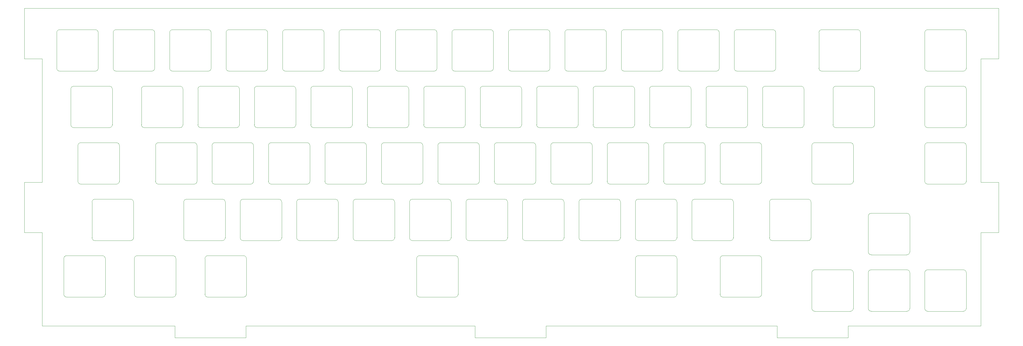
<source format=gbr>
%TF.GenerationSoftware,KiCad,Pcbnew,(5.1.6)-1*%
%TF.CreationDate,2020-09-13T22:04:07-04:00*%
%TF.ProjectId,keybored_plate,6b657962-6f72-4656-945f-706c6174652e,rev?*%
%TF.SameCoordinates,Original*%
%TF.FileFunction,Profile,NP*%
%FSLAX46Y46*%
G04 Gerber Fmt 4.6, Leading zero omitted, Abs format (unit mm)*
G04 Created by KiCad (PCBNEW (5.1.6)-1) date 2020-09-13 22:04:07*
%MOMM*%
%LPD*%
G01*
G04 APERTURE LIST*
%TA.AperFunction,Profile*%
%ADD10C,0.050000*%
%TD*%
G04 APERTURE END LIST*
D10*
X120300000Y-185881250D02*
X108302500Y-185881250D01*
X107300000Y-186881250D02*
X107300000Y-198881250D01*
X121303506Y-198881250D02*
G75*
G02*
X120300504Y-199881250I-1000003J-1D01*
G01*
X121303003Y-186881251D02*
G75*
G03*
X120300001Y-185881251I-1000003J1D01*
G01*
X107299497Y-186881251D02*
G75*
G02*
X108302499Y-185881251I1000003J1D01*
G01*
X120300503Y-199881251D02*
X108303003Y-199881251D01*
X107300000Y-198881250D02*
G75*
G03*
X108303002Y-199881250I1000003J-1D01*
G01*
X121302500Y-186877500D02*
X121303506Y-198881250D01*
X96487500Y-185881250D02*
X84490000Y-185881250D01*
X83487500Y-186881250D02*
X83487500Y-198881250D01*
X97491006Y-198881250D02*
G75*
G02*
X96488004Y-199881250I-1000003J-1D01*
G01*
X97490503Y-186881251D02*
G75*
G03*
X96487501Y-185881251I-1000003J1D01*
G01*
X83486997Y-186881251D02*
G75*
G02*
X84489999Y-185881251I1000003J1D01*
G01*
X96488003Y-199881251D02*
X84490503Y-199881251D01*
X83487500Y-198881250D02*
G75*
G03*
X84490502Y-199881250I1000003J-1D01*
G01*
X97490000Y-186877500D02*
X97491006Y-198881250D01*
X72675000Y-185881250D02*
X60677500Y-185881250D01*
X59675000Y-186881250D02*
X59675000Y-198881250D01*
X73678506Y-198881250D02*
G75*
G02*
X72675504Y-199881250I-1000003J-1D01*
G01*
X73678003Y-186881251D02*
G75*
G03*
X72675001Y-185881251I-1000003J1D01*
G01*
X59674497Y-186881251D02*
G75*
G02*
X60677499Y-185881251I1000003J1D01*
G01*
X72675503Y-199881251D02*
X60678003Y-199881251D01*
X59675000Y-198881250D02*
G75*
G03*
X60678002Y-199881250I1000003J-1D01*
G01*
X73677500Y-186877500D02*
X73678506Y-198881250D01*
X82200000Y-166831250D02*
X70202500Y-166831250D01*
X69200000Y-167831250D02*
X69200000Y-179831250D01*
X83203506Y-179831250D02*
G75*
G02*
X82200504Y-180831250I-1000003J-1D01*
G01*
X83203003Y-167831251D02*
G75*
G03*
X82200001Y-166831251I-1000003J1D01*
G01*
X69199497Y-167831251D02*
G75*
G02*
X70202499Y-166831251I1000003J1D01*
G01*
X82200503Y-180831251D02*
X70203003Y-180831251D01*
X69200000Y-179831250D02*
G75*
G03*
X70203002Y-180831250I1000003J-1D01*
G01*
X83202500Y-167827500D02*
X83203506Y-179831250D01*
X77437500Y-147781250D02*
X65440000Y-147781250D01*
X64437500Y-148781250D02*
X64437500Y-160781250D01*
X78441006Y-160781250D02*
G75*
G02*
X77438004Y-161781250I-1000003J-1D01*
G01*
X78440503Y-148781251D02*
G75*
G03*
X77437501Y-147781251I-1000003J1D01*
G01*
X64436997Y-148781251D02*
G75*
G02*
X65439999Y-147781251I1000003J1D01*
G01*
X77438003Y-161781251D02*
X65440503Y-161781251D01*
X64437500Y-160781250D02*
G75*
G03*
X65440502Y-161781250I1000003J-1D01*
G01*
X78440000Y-148777500D02*
X78441006Y-160781250D01*
X75056250Y-128731250D02*
X63058750Y-128731250D01*
X62056250Y-129731250D02*
X62056250Y-141731250D01*
X76059756Y-141731250D02*
G75*
G02*
X75056754Y-142731250I-1000003J-1D01*
G01*
X76059253Y-129731251D02*
G75*
G03*
X75056251Y-128731251I-1000003J1D01*
G01*
X62055747Y-129731251D02*
G75*
G02*
X63058749Y-128731251I1000003J1D01*
G01*
X75056753Y-142731251D02*
X63059253Y-142731251D01*
X62056250Y-141731250D02*
G75*
G03*
X63059252Y-142731250I1000003J-1D01*
G01*
X76058750Y-129727500D02*
X76059756Y-141731250D01*
X70293750Y-109681250D02*
X58296250Y-109681250D01*
X57293750Y-110681250D02*
X57293750Y-122681250D01*
X71297256Y-122681250D02*
G75*
G02*
X70294254Y-123681250I-1000003J-1D01*
G01*
X71296753Y-110681251D02*
G75*
G03*
X70293751Y-109681251I-1000003J1D01*
G01*
X57293247Y-110681251D02*
G75*
G02*
X58296249Y-109681251I1000003J1D01*
G01*
X70294253Y-123681251D02*
X58296753Y-123681251D01*
X57293750Y-122681250D02*
G75*
G03*
X58296752Y-123681250I1000003J-1D01*
G01*
X71296250Y-110677500D02*
X71297256Y-122681250D01*
X89343750Y-109681250D02*
X77346250Y-109681250D01*
X76343750Y-110681250D02*
X76343750Y-122681250D01*
X90347256Y-122681250D02*
G75*
G02*
X89344254Y-123681250I-1000003J-1D01*
G01*
X90346753Y-110681251D02*
G75*
G03*
X89343751Y-109681251I-1000003J1D01*
G01*
X76343247Y-110681251D02*
G75*
G02*
X77346249Y-109681251I1000003J1D01*
G01*
X89344253Y-123681251D02*
X77346753Y-123681251D01*
X76343750Y-122681250D02*
G75*
G03*
X77346752Y-123681250I1000003J-1D01*
G01*
X90346250Y-110677500D02*
X90347256Y-122681250D01*
X98868750Y-128731250D02*
X86871250Y-128731250D01*
X85868750Y-129731250D02*
X85868750Y-141731250D01*
X99872256Y-141731250D02*
G75*
G02*
X98869254Y-142731250I-1000003J-1D01*
G01*
X99871753Y-129731251D02*
G75*
G03*
X98868751Y-128731251I-1000003J1D01*
G01*
X85868247Y-129731251D02*
G75*
G02*
X86871249Y-128731251I1000003J1D01*
G01*
X98869253Y-142731251D02*
X86871753Y-142731251D01*
X85868750Y-141731250D02*
G75*
G03*
X86871752Y-142731250I1000003J-1D01*
G01*
X99871250Y-129727500D02*
X99872256Y-141731250D01*
X103631250Y-147781250D02*
X91633750Y-147781250D01*
X90631250Y-148781250D02*
X90631250Y-160781250D01*
X104634756Y-160781250D02*
G75*
G02*
X103631754Y-161781250I-1000003J-1D01*
G01*
X104634253Y-148781251D02*
G75*
G03*
X103631251Y-147781251I-1000003J1D01*
G01*
X90630747Y-148781251D02*
G75*
G02*
X91633749Y-147781251I1000003J1D01*
G01*
X103631753Y-161781251D02*
X91634253Y-161781251D01*
X90631250Y-160781250D02*
G75*
G03*
X91634252Y-161781250I1000003J-1D01*
G01*
X104633750Y-148777500D02*
X104634756Y-160781250D01*
X113156250Y-166831250D02*
X101158750Y-166831250D01*
X100156250Y-167831250D02*
X100156250Y-179831250D01*
X114159756Y-179831250D02*
G75*
G02*
X113156754Y-180831250I-1000003J-1D01*
G01*
X114159253Y-167831251D02*
G75*
G03*
X113156251Y-166831251I-1000003J1D01*
G01*
X100155747Y-167831251D02*
G75*
G02*
X101158749Y-166831251I1000003J1D01*
G01*
X113156753Y-180831251D02*
X101159253Y-180831251D01*
X100156250Y-179831250D02*
G75*
G03*
X101159252Y-180831250I1000003J-1D01*
G01*
X114158750Y-167827500D02*
X114159756Y-179831250D01*
X132206250Y-166831250D02*
X120208750Y-166831250D01*
X119206250Y-167831250D02*
X119206250Y-179831250D01*
X133209756Y-179831250D02*
G75*
G02*
X132206754Y-180831250I-1000003J-1D01*
G01*
X133209253Y-167831251D02*
G75*
G03*
X132206251Y-166831251I-1000003J1D01*
G01*
X119205747Y-167831251D02*
G75*
G02*
X120208749Y-166831251I1000003J1D01*
G01*
X132206753Y-180831251D02*
X120209253Y-180831251D01*
X119206250Y-179831250D02*
G75*
G03*
X120209252Y-180831250I1000003J-1D01*
G01*
X133208750Y-167827500D02*
X133209756Y-179831250D01*
X122681250Y-147781250D02*
X110683750Y-147781250D01*
X109681250Y-148781250D02*
X109681250Y-160781250D01*
X123684756Y-160781250D02*
G75*
G02*
X122681754Y-161781250I-1000003J-1D01*
G01*
X123684253Y-148781251D02*
G75*
G03*
X122681251Y-147781251I-1000003J1D01*
G01*
X109680747Y-148781251D02*
G75*
G02*
X110683749Y-147781251I1000003J1D01*
G01*
X122681753Y-161781251D02*
X110684253Y-161781251D01*
X109681250Y-160781250D02*
G75*
G03*
X110684252Y-161781250I1000003J-1D01*
G01*
X123683750Y-148777500D02*
X123684756Y-160781250D01*
X117918750Y-128731250D02*
X105921250Y-128731250D01*
X104918750Y-129731250D02*
X104918750Y-141731250D01*
X118922256Y-141731250D02*
G75*
G02*
X117919254Y-142731250I-1000003J-1D01*
G01*
X118921753Y-129731251D02*
G75*
G03*
X117918751Y-128731251I-1000003J1D01*
G01*
X104918247Y-129731251D02*
G75*
G02*
X105921249Y-128731251I1000003J1D01*
G01*
X117919253Y-142731251D02*
X105921753Y-142731251D01*
X104918750Y-141731250D02*
G75*
G03*
X105921752Y-142731250I1000003J-1D01*
G01*
X118921250Y-129727500D02*
X118922256Y-141731250D01*
X108393750Y-109681250D02*
X96396250Y-109681250D01*
X95393750Y-110681250D02*
X95393750Y-122681250D01*
X109397256Y-122681250D02*
G75*
G02*
X108394254Y-123681250I-1000003J-1D01*
G01*
X109396753Y-110681251D02*
G75*
G03*
X108393751Y-109681251I-1000003J1D01*
G01*
X95393247Y-110681251D02*
G75*
G02*
X96396249Y-109681251I1000003J1D01*
G01*
X108394253Y-123681251D02*
X96396753Y-123681251D01*
X95393750Y-122681250D02*
G75*
G03*
X96396752Y-123681250I1000003J-1D01*
G01*
X109396250Y-110677500D02*
X109397256Y-122681250D01*
X127443750Y-109681250D02*
X115446250Y-109681250D01*
X114443750Y-110681250D02*
X114443750Y-122681250D01*
X128447256Y-122681250D02*
G75*
G02*
X127444254Y-123681250I-1000003J-1D01*
G01*
X128446753Y-110681251D02*
G75*
G03*
X127443751Y-109681251I-1000003J1D01*
G01*
X114443247Y-110681251D02*
G75*
G02*
X115446249Y-109681251I1000003J1D01*
G01*
X127444253Y-123681251D02*
X115446753Y-123681251D01*
X114443750Y-122681250D02*
G75*
G03*
X115446752Y-123681250I1000003J-1D01*
G01*
X128446250Y-110677500D02*
X128447256Y-122681250D01*
X136968750Y-128731250D02*
X124971250Y-128731250D01*
X123968750Y-129731250D02*
X123968750Y-141731250D01*
X137972256Y-141731250D02*
G75*
G02*
X136969254Y-142731250I-1000003J-1D01*
G01*
X137971753Y-129731251D02*
G75*
G03*
X136968751Y-128731251I-1000003J1D01*
G01*
X123968247Y-129731251D02*
G75*
G02*
X124971249Y-128731251I1000003J1D01*
G01*
X136969253Y-142731251D02*
X124971753Y-142731251D01*
X123968750Y-141731250D02*
G75*
G03*
X124971752Y-142731250I1000003J-1D01*
G01*
X137971250Y-129727500D02*
X137972256Y-141731250D01*
X141731250Y-147781250D02*
X129733750Y-147781250D01*
X128731250Y-148781250D02*
X128731250Y-160781250D01*
X142734756Y-160781250D02*
G75*
G02*
X141731754Y-161781250I-1000003J-1D01*
G01*
X142734253Y-148781251D02*
G75*
G03*
X141731251Y-147781251I-1000003J1D01*
G01*
X128730747Y-148781251D02*
G75*
G02*
X129733749Y-147781251I1000003J1D01*
G01*
X141731753Y-161781251D02*
X129734253Y-161781251D01*
X128731250Y-160781250D02*
G75*
G03*
X129734252Y-161781250I1000003J-1D01*
G01*
X142733750Y-148777500D02*
X142734756Y-160781250D01*
X151256250Y-166831250D02*
X139258750Y-166831250D01*
X138256250Y-167831250D02*
X138256250Y-179831250D01*
X152259756Y-179831250D02*
G75*
G02*
X151256754Y-180831250I-1000003J-1D01*
G01*
X152259253Y-167831251D02*
G75*
G03*
X151256251Y-166831251I-1000003J1D01*
G01*
X138255747Y-167831251D02*
G75*
G02*
X139258749Y-166831251I1000003J1D01*
G01*
X151256753Y-180831251D02*
X139259253Y-180831251D01*
X138256250Y-179831250D02*
G75*
G03*
X139259252Y-180831250I1000003J-1D01*
G01*
X152258750Y-167827500D02*
X152259756Y-179831250D01*
X170306250Y-166831250D02*
X158308750Y-166831250D01*
X157306250Y-167831250D02*
X157306250Y-179831250D01*
X171309756Y-179831250D02*
G75*
G02*
X170306754Y-180831250I-1000003J-1D01*
G01*
X171309253Y-167831251D02*
G75*
G03*
X170306251Y-166831251I-1000003J1D01*
G01*
X157305747Y-167831251D02*
G75*
G02*
X158308749Y-166831251I1000003J1D01*
G01*
X170306753Y-180831251D02*
X158309253Y-180831251D01*
X157306250Y-179831250D02*
G75*
G03*
X158309252Y-180831250I1000003J-1D01*
G01*
X171308750Y-167827500D02*
X171309756Y-179831250D01*
X160781250Y-147781250D02*
X148783750Y-147781250D01*
X147781250Y-148781250D02*
X147781250Y-160781250D01*
X161784756Y-160781250D02*
G75*
G02*
X160781754Y-161781250I-1000003J-1D01*
G01*
X161784253Y-148781251D02*
G75*
G03*
X160781251Y-147781251I-1000003J1D01*
G01*
X147780747Y-148781251D02*
G75*
G02*
X148783749Y-147781251I1000003J1D01*
G01*
X160781753Y-161781251D02*
X148784253Y-161781251D01*
X147781250Y-160781250D02*
G75*
G03*
X148784252Y-161781250I1000003J-1D01*
G01*
X161783750Y-148777500D02*
X161784756Y-160781250D01*
X146493750Y-109681250D02*
X134496250Y-109681250D01*
X133493750Y-110681250D02*
X133493750Y-122681250D01*
X147497256Y-122681250D02*
G75*
G02*
X146494254Y-123681250I-1000003J-1D01*
G01*
X147496753Y-110681251D02*
G75*
G03*
X146493751Y-109681251I-1000003J1D01*
G01*
X133493247Y-110681251D02*
G75*
G02*
X134496249Y-109681251I1000003J1D01*
G01*
X146494253Y-123681251D02*
X134496753Y-123681251D01*
X133493750Y-122681250D02*
G75*
G03*
X134496752Y-123681250I1000003J-1D01*
G01*
X147496250Y-110677500D02*
X147497256Y-122681250D01*
X156018750Y-128731250D02*
X144021250Y-128731250D01*
X143018750Y-129731250D02*
X143018750Y-141731250D01*
X157022256Y-141731250D02*
G75*
G02*
X156019254Y-142731250I-1000003J-1D01*
G01*
X157021753Y-129731251D02*
G75*
G03*
X156018751Y-128731251I-1000003J1D01*
G01*
X143018247Y-129731251D02*
G75*
G02*
X144021249Y-128731251I1000003J1D01*
G01*
X156019253Y-142731251D02*
X144021753Y-142731251D01*
X143018750Y-141731250D02*
G75*
G03*
X144021752Y-142731250I1000003J-1D01*
G01*
X157021250Y-129727500D02*
X157022256Y-141731250D01*
X165543750Y-109681250D02*
X153546250Y-109681250D01*
X152543750Y-110681250D02*
X152543750Y-122681250D01*
X166547256Y-122681250D02*
G75*
G02*
X165544254Y-123681250I-1000003J-1D01*
G01*
X166546753Y-110681251D02*
G75*
G03*
X165543751Y-109681251I-1000003J1D01*
G01*
X152543247Y-110681251D02*
G75*
G02*
X153546249Y-109681251I1000003J1D01*
G01*
X165544253Y-123681251D02*
X153546753Y-123681251D01*
X152543750Y-122681250D02*
G75*
G03*
X153546752Y-123681250I1000003J-1D01*
G01*
X166546250Y-110677500D02*
X166547256Y-122681250D01*
X184593750Y-109681250D02*
X172596250Y-109681250D01*
X171593750Y-110681250D02*
X171593750Y-122681250D01*
X185597256Y-122681250D02*
G75*
G02*
X184594254Y-123681250I-1000003J-1D01*
G01*
X185596753Y-110681251D02*
G75*
G03*
X184593751Y-109681251I-1000003J1D01*
G01*
X171593247Y-110681251D02*
G75*
G02*
X172596249Y-109681251I1000003J1D01*
G01*
X184594253Y-123681251D02*
X172596753Y-123681251D01*
X171593750Y-122681250D02*
G75*
G03*
X172596752Y-123681250I1000003J-1D01*
G01*
X185596250Y-110677500D02*
X185597256Y-122681250D01*
X175068750Y-128731250D02*
X163071250Y-128731250D01*
X162068750Y-129731250D02*
X162068750Y-141731250D01*
X176072256Y-141731250D02*
G75*
G02*
X175069254Y-142731250I-1000003J-1D01*
G01*
X176071753Y-129731251D02*
G75*
G03*
X175068751Y-128731251I-1000003J1D01*
G01*
X162068247Y-129731251D02*
G75*
G02*
X163071249Y-128731251I1000003J1D01*
G01*
X175069253Y-142731251D02*
X163071753Y-142731251D01*
X162068750Y-141731250D02*
G75*
G03*
X163071752Y-142731250I1000003J-1D01*
G01*
X176071250Y-129727500D02*
X176072256Y-141731250D01*
X179831250Y-147781250D02*
X167833750Y-147781250D01*
X166831250Y-148781250D02*
X166831250Y-160781250D01*
X180834756Y-160781250D02*
G75*
G02*
X179831754Y-161781250I-1000003J-1D01*
G01*
X180834253Y-148781251D02*
G75*
G03*
X179831251Y-147781251I-1000003J1D01*
G01*
X166830747Y-148781251D02*
G75*
G02*
X167833749Y-147781251I1000003J1D01*
G01*
X179831753Y-161781251D02*
X167834253Y-161781251D01*
X166831250Y-160781250D02*
G75*
G03*
X167834252Y-161781250I1000003J-1D01*
G01*
X180833750Y-148777500D02*
X180834756Y-160781250D01*
X189356250Y-166831250D02*
X177358750Y-166831250D01*
X176356250Y-167831250D02*
X176356250Y-179831250D01*
X190359756Y-179831250D02*
G75*
G02*
X189356754Y-180831250I-1000003J-1D01*
G01*
X190359253Y-167831251D02*
G75*
G03*
X189356251Y-166831251I-1000003J1D01*
G01*
X176355747Y-167831251D02*
G75*
G02*
X177358749Y-166831251I1000003J1D01*
G01*
X189356753Y-180831251D02*
X177359253Y-180831251D01*
X176356250Y-179831250D02*
G75*
G03*
X177359252Y-180831250I1000003J-1D01*
G01*
X190358750Y-167827500D02*
X190359756Y-179831250D01*
X191737500Y-185881250D02*
X179740000Y-185881250D01*
X178737500Y-186881250D02*
X178737500Y-198881250D01*
X192741006Y-198881250D02*
G75*
G02*
X191738004Y-199881250I-1000003J-1D01*
G01*
X192740503Y-186881251D02*
G75*
G03*
X191737501Y-185881251I-1000003J1D01*
G01*
X178736997Y-186881251D02*
G75*
G02*
X179739999Y-185881251I1000003J1D01*
G01*
X191738003Y-199881251D02*
X179740503Y-199881251D01*
X178737500Y-198881250D02*
G75*
G03*
X179740502Y-199881250I1000003J-1D01*
G01*
X192740000Y-186877500D02*
X192741006Y-198881250D01*
X194118750Y-128731250D02*
X182121250Y-128731250D01*
X181118750Y-129731250D02*
X181118750Y-141731250D01*
X195122256Y-141731250D02*
G75*
G02*
X194119254Y-142731250I-1000003J-1D01*
G01*
X195121753Y-129731251D02*
G75*
G03*
X194118751Y-128731251I-1000003J1D01*
G01*
X181118247Y-129731251D02*
G75*
G02*
X182121249Y-128731251I1000003J1D01*
G01*
X194119253Y-142731251D02*
X182121753Y-142731251D01*
X181118750Y-141731250D02*
G75*
G03*
X182121752Y-142731250I1000003J-1D01*
G01*
X195121250Y-129727500D02*
X195122256Y-141731250D01*
X198881250Y-147781250D02*
X186883750Y-147781250D01*
X185881250Y-148781250D02*
X185881250Y-160781250D01*
X199884756Y-160781250D02*
G75*
G02*
X198881754Y-161781250I-1000003J-1D01*
G01*
X199884253Y-148781251D02*
G75*
G03*
X198881251Y-147781251I-1000003J1D01*
G01*
X185880747Y-148781251D02*
G75*
G02*
X186883749Y-147781251I1000003J1D01*
G01*
X198881753Y-161781251D02*
X186884253Y-161781251D01*
X185881250Y-160781250D02*
G75*
G03*
X186884252Y-161781250I1000003J-1D01*
G01*
X199883750Y-148777500D02*
X199884756Y-160781250D01*
X208406250Y-166831250D02*
X196408750Y-166831250D01*
X195406250Y-167831250D02*
X195406250Y-179831250D01*
X209409756Y-179831250D02*
G75*
G02*
X208406754Y-180831250I-1000003J-1D01*
G01*
X209409253Y-167831251D02*
G75*
G03*
X208406251Y-166831251I-1000003J1D01*
G01*
X195405747Y-167831251D02*
G75*
G02*
X196408749Y-166831251I1000003J1D01*
G01*
X208406753Y-180831251D02*
X196409253Y-180831251D01*
X195406250Y-179831250D02*
G75*
G03*
X196409252Y-180831250I1000003J-1D01*
G01*
X209408750Y-167827500D02*
X209409756Y-179831250D01*
X227456250Y-166831250D02*
X215458750Y-166831250D01*
X214456250Y-167831250D02*
X214456250Y-179831250D01*
X228459756Y-179831250D02*
G75*
G02*
X227456754Y-180831250I-1000003J-1D01*
G01*
X228459253Y-167831251D02*
G75*
G03*
X227456251Y-166831251I-1000003J1D01*
G01*
X214455747Y-167831251D02*
G75*
G02*
X215458749Y-166831251I1000003J1D01*
G01*
X227456753Y-180831251D02*
X215459253Y-180831251D01*
X214456250Y-179831250D02*
G75*
G03*
X215459252Y-180831250I1000003J-1D01*
G01*
X228458750Y-167827500D02*
X228459756Y-179831250D01*
X246506250Y-166831250D02*
X234508750Y-166831250D01*
X233506250Y-167831250D02*
X233506250Y-179831250D01*
X247509756Y-179831250D02*
G75*
G02*
X246506754Y-180831250I-1000003J-1D01*
G01*
X247509253Y-167831251D02*
G75*
G03*
X246506251Y-166831251I-1000003J1D01*
G01*
X233505747Y-167831251D02*
G75*
G02*
X234508749Y-166831251I1000003J1D01*
G01*
X246506753Y-180831251D02*
X234509253Y-180831251D01*
X233506250Y-179831250D02*
G75*
G03*
X234509252Y-180831250I1000003J-1D01*
G01*
X247508750Y-167827500D02*
X247509756Y-179831250D01*
X265556250Y-166831250D02*
X253558750Y-166831250D01*
X252556250Y-167831250D02*
X252556250Y-179831250D01*
X266559756Y-179831250D02*
G75*
G02*
X265556754Y-180831250I-1000003J-1D01*
G01*
X266559253Y-167831251D02*
G75*
G03*
X265556251Y-166831251I-1000003J1D01*
G01*
X252555747Y-167831251D02*
G75*
G02*
X253558749Y-166831251I1000003J1D01*
G01*
X265556753Y-180831251D02*
X253559253Y-180831251D01*
X252556250Y-179831250D02*
G75*
G03*
X253559252Y-180831250I1000003J-1D01*
G01*
X266558750Y-167827500D02*
X266559756Y-179831250D01*
X203643750Y-109681250D02*
X191646250Y-109681250D01*
X190643750Y-110681250D02*
X190643750Y-122681250D01*
X204647256Y-122681250D02*
G75*
G02*
X203644254Y-123681250I-1000003J-1D01*
G01*
X204646753Y-110681251D02*
G75*
G03*
X203643751Y-109681251I-1000003J1D01*
G01*
X190643247Y-110681251D02*
G75*
G02*
X191646249Y-109681251I1000003J1D01*
G01*
X203644253Y-123681251D02*
X191646753Y-123681251D01*
X190643750Y-122681250D02*
G75*
G03*
X191646752Y-123681250I1000003J-1D01*
G01*
X204646250Y-110677500D02*
X204647256Y-122681250D01*
X213168750Y-128731250D02*
X201171250Y-128731250D01*
X200168750Y-129731250D02*
X200168750Y-141731250D01*
X214172256Y-141731250D02*
G75*
G02*
X213169254Y-142731250I-1000003J-1D01*
G01*
X214171753Y-129731251D02*
G75*
G03*
X213168751Y-128731251I-1000003J1D01*
G01*
X200168247Y-129731251D02*
G75*
G02*
X201171249Y-128731251I1000003J1D01*
G01*
X213169253Y-142731251D02*
X201171753Y-142731251D01*
X200168750Y-141731250D02*
G75*
G03*
X201171752Y-142731250I1000003J-1D01*
G01*
X214171250Y-129727500D02*
X214172256Y-141731250D01*
X217931250Y-147781250D02*
X205933750Y-147781250D01*
X204931250Y-148781250D02*
X204931250Y-160781250D01*
X218934756Y-160781250D02*
G75*
G02*
X217931754Y-161781250I-1000003J-1D01*
G01*
X218934253Y-148781251D02*
G75*
G03*
X217931251Y-147781251I-1000003J1D01*
G01*
X204930747Y-148781251D02*
G75*
G02*
X205933749Y-147781251I1000003J1D01*
G01*
X217931753Y-161781251D02*
X205934253Y-161781251D01*
X204931250Y-160781250D02*
G75*
G03*
X205934252Y-161781250I1000003J-1D01*
G01*
X218933750Y-148777500D02*
X218934756Y-160781250D01*
X236981250Y-147781250D02*
X224983750Y-147781250D01*
X223981250Y-148781250D02*
X223981250Y-160781250D01*
X237984756Y-160781250D02*
G75*
G02*
X236981754Y-161781250I-1000003J-1D01*
G01*
X237984253Y-148781251D02*
G75*
G03*
X236981251Y-147781251I-1000003J1D01*
G01*
X223980747Y-148781251D02*
G75*
G02*
X224983749Y-147781251I1000003J1D01*
G01*
X236981753Y-161781251D02*
X224984253Y-161781251D01*
X223981250Y-160781250D02*
G75*
G03*
X224984252Y-161781250I1000003J-1D01*
G01*
X237983750Y-148777500D02*
X237984756Y-160781250D01*
X256031250Y-147781250D02*
X244033750Y-147781250D01*
X243031250Y-148781250D02*
X243031250Y-160781250D01*
X257034756Y-160781250D02*
G75*
G02*
X256031754Y-161781250I-1000003J-1D01*
G01*
X257034253Y-148781251D02*
G75*
G03*
X256031251Y-147781251I-1000003J1D01*
G01*
X243030747Y-148781251D02*
G75*
G02*
X244033749Y-147781251I1000003J1D01*
G01*
X256031753Y-161781251D02*
X244034253Y-161781251D01*
X243031250Y-160781250D02*
G75*
G03*
X244034252Y-161781250I1000003J-1D01*
G01*
X257033750Y-148777500D02*
X257034756Y-160781250D01*
X275081250Y-147781250D02*
X263083750Y-147781250D01*
X262081250Y-148781250D02*
X262081250Y-160781250D01*
X276084756Y-160781250D02*
G75*
G02*
X275081754Y-161781250I-1000003J-1D01*
G01*
X276084253Y-148781251D02*
G75*
G03*
X275081251Y-147781251I-1000003J1D01*
G01*
X262080747Y-148781251D02*
G75*
G02*
X263083749Y-147781251I1000003J1D01*
G01*
X275081753Y-161781251D02*
X263084253Y-161781251D01*
X262081250Y-160781250D02*
G75*
G03*
X263084252Y-161781250I1000003J-1D01*
G01*
X276083750Y-148777500D02*
X276084756Y-160781250D01*
X289368750Y-128731250D02*
X277371250Y-128731250D01*
X276368750Y-129731250D02*
X276368750Y-141731250D01*
X290372256Y-141731250D02*
G75*
G02*
X289369254Y-142731250I-1000003J-1D01*
G01*
X290371753Y-129731251D02*
G75*
G03*
X289368751Y-128731251I-1000003J1D01*
G01*
X276368247Y-129731251D02*
G75*
G02*
X277371249Y-128731251I1000003J1D01*
G01*
X289369253Y-142731251D02*
X277371753Y-142731251D01*
X276368750Y-141731250D02*
G75*
G03*
X277371752Y-142731250I1000003J-1D01*
G01*
X290371250Y-129727500D02*
X290372256Y-141731250D01*
X270318750Y-128731250D02*
X258321250Y-128731250D01*
X257318750Y-129731250D02*
X257318750Y-141731250D01*
X271322256Y-141731250D02*
G75*
G02*
X270319254Y-142731250I-1000003J-1D01*
G01*
X271321753Y-129731251D02*
G75*
G03*
X270318751Y-128731251I-1000003J1D01*
G01*
X257318247Y-129731251D02*
G75*
G02*
X258321249Y-128731251I1000003J1D01*
G01*
X270319253Y-142731251D02*
X258321753Y-142731251D01*
X257318750Y-141731250D02*
G75*
G03*
X258321752Y-142731250I1000003J-1D01*
G01*
X271321250Y-129727500D02*
X271322256Y-141731250D01*
X251268750Y-128731250D02*
X239271250Y-128731250D01*
X238268750Y-129731250D02*
X238268750Y-141731250D01*
X252272256Y-141731250D02*
G75*
G02*
X251269254Y-142731250I-1000003J-1D01*
G01*
X252271753Y-129731251D02*
G75*
G03*
X251268751Y-128731251I-1000003J1D01*
G01*
X238268247Y-129731251D02*
G75*
G02*
X239271249Y-128731251I1000003J1D01*
G01*
X251269253Y-142731251D02*
X239271753Y-142731251D01*
X238268750Y-141731250D02*
G75*
G03*
X239271752Y-142731250I1000003J-1D01*
G01*
X252271250Y-129727500D02*
X252272256Y-141731250D01*
X232218750Y-128731250D02*
X220221250Y-128731250D01*
X219218750Y-129731250D02*
X219218750Y-141731250D01*
X233222256Y-141731250D02*
G75*
G02*
X232219254Y-142731250I-1000003J-1D01*
G01*
X233221753Y-129731251D02*
G75*
G03*
X232218751Y-128731251I-1000003J1D01*
G01*
X219218247Y-129731251D02*
G75*
G02*
X220221249Y-128731251I1000003J1D01*
G01*
X232219253Y-142731251D02*
X220221753Y-142731251D01*
X219218750Y-141731250D02*
G75*
G03*
X220221752Y-142731250I1000003J-1D01*
G01*
X233221250Y-129727500D02*
X233222256Y-141731250D01*
X222693750Y-109681250D02*
X210696250Y-109681250D01*
X209693750Y-110681250D02*
X209693750Y-122681250D01*
X223697256Y-122681250D02*
G75*
G02*
X222694254Y-123681250I-1000003J-1D01*
G01*
X223696753Y-110681251D02*
G75*
G03*
X222693751Y-109681251I-1000003J1D01*
G01*
X209693247Y-110681251D02*
G75*
G02*
X210696249Y-109681251I1000003J1D01*
G01*
X222694253Y-123681251D02*
X210696753Y-123681251D01*
X209693750Y-122681250D02*
G75*
G03*
X210696752Y-123681250I1000003J-1D01*
G01*
X223696250Y-110677500D02*
X223697256Y-122681250D01*
X241743750Y-109681250D02*
X229746250Y-109681250D01*
X228743750Y-110681250D02*
X228743750Y-122681250D01*
X242747256Y-122681250D02*
G75*
G02*
X241744254Y-123681250I-1000003J-1D01*
G01*
X242746753Y-110681251D02*
G75*
G03*
X241743751Y-109681251I-1000003J1D01*
G01*
X228743247Y-110681251D02*
G75*
G02*
X229746249Y-109681251I1000003J1D01*
G01*
X241744253Y-123681251D02*
X229746753Y-123681251D01*
X228743750Y-122681250D02*
G75*
G03*
X229746752Y-123681250I1000003J-1D01*
G01*
X242746250Y-110677500D02*
X242747256Y-122681250D01*
X260793750Y-109681250D02*
X248796250Y-109681250D01*
X247793750Y-110681250D02*
X247793750Y-122681250D01*
X261797256Y-122681250D02*
G75*
G02*
X260794254Y-123681250I-1000003J-1D01*
G01*
X261796753Y-110681251D02*
G75*
G03*
X260793751Y-109681251I-1000003J1D01*
G01*
X247793247Y-110681251D02*
G75*
G02*
X248796249Y-109681251I1000003J1D01*
G01*
X260794253Y-123681251D02*
X248796753Y-123681251D01*
X247793750Y-122681250D02*
G75*
G03*
X248796752Y-123681250I1000003J-1D01*
G01*
X261796250Y-110677500D02*
X261797256Y-122681250D01*
X279843750Y-109681250D02*
X267846250Y-109681250D01*
X266843750Y-110681250D02*
X266843750Y-122681250D01*
X280847256Y-122681250D02*
G75*
G02*
X279844254Y-123681250I-1000003J-1D01*
G01*
X280846753Y-110681251D02*
G75*
G03*
X279843751Y-109681251I-1000003J1D01*
G01*
X266843247Y-110681251D02*
G75*
G02*
X267846249Y-109681251I1000003J1D01*
G01*
X279844253Y-123681251D02*
X267846753Y-123681251D01*
X266843750Y-122681250D02*
G75*
G03*
X267846752Y-123681250I1000003J-1D01*
G01*
X280846250Y-110677500D02*
X280847256Y-122681250D01*
X298893750Y-109681250D02*
X286896250Y-109681250D01*
X285893750Y-110681250D02*
X285893750Y-122681250D01*
X299897256Y-122681250D02*
G75*
G02*
X298894254Y-123681250I-1000003J-1D01*
G01*
X299896753Y-110681251D02*
G75*
G03*
X298893751Y-109681251I-1000003J1D01*
G01*
X285893247Y-110681251D02*
G75*
G02*
X286896249Y-109681251I1000003J1D01*
G01*
X298894253Y-123681251D02*
X286896753Y-123681251D01*
X285893750Y-122681250D02*
G75*
G03*
X286896752Y-123681250I1000003J-1D01*
G01*
X299896250Y-110677500D02*
X299897256Y-122681250D01*
X308418750Y-128731250D02*
X296421250Y-128731250D01*
X295418750Y-129731250D02*
X295418750Y-141731250D01*
X309422256Y-141731250D02*
G75*
G02*
X308419254Y-142731250I-1000003J-1D01*
G01*
X309421753Y-129731251D02*
G75*
G03*
X308418751Y-128731251I-1000003J1D01*
G01*
X295418247Y-129731251D02*
G75*
G02*
X296421249Y-128731251I1000003J1D01*
G01*
X308419253Y-142731251D02*
X296421753Y-142731251D01*
X295418750Y-141731250D02*
G75*
G03*
X296421752Y-142731250I1000003J-1D01*
G01*
X309421250Y-129727500D02*
X309422256Y-141731250D01*
X294131250Y-147781250D02*
X282133750Y-147781250D01*
X281131250Y-148781250D02*
X281131250Y-160781250D01*
X295134756Y-160781250D02*
G75*
G02*
X294131754Y-161781250I-1000003J-1D01*
G01*
X295134253Y-148781251D02*
G75*
G03*
X294131251Y-147781251I-1000003J1D01*
G01*
X281130747Y-148781251D02*
G75*
G02*
X282133749Y-147781251I1000003J1D01*
G01*
X294131753Y-161781251D02*
X282134253Y-161781251D01*
X281131250Y-160781250D02*
G75*
G03*
X282134252Y-161781250I1000003J-1D01*
G01*
X295133750Y-148777500D02*
X295134756Y-160781250D01*
X284606250Y-166831250D02*
X272608750Y-166831250D01*
X271606250Y-167831250D02*
X271606250Y-179831250D01*
X285609756Y-179831250D02*
G75*
G02*
X284606754Y-180831250I-1000003J-1D01*
G01*
X285609253Y-167831251D02*
G75*
G03*
X284606251Y-166831251I-1000003J1D01*
G01*
X271605747Y-167831251D02*
G75*
G02*
X272608749Y-166831251I1000003J1D01*
G01*
X284606753Y-180831251D02*
X272609253Y-180831251D01*
X271606250Y-179831250D02*
G75*
G03*
X272609252Y-180831250I1000003J-1D01*
G01*
X285608750Y-167827500D02*
X285609756Y-179831250D01*
X265556250Y-185881250D02*
X253558750Y-185881250D01*
X252556250Y-186881250D02*
X252556250Y-198881250D01*
X266559756Y-198881250D02*
G75*
G02*
X265556754Y-199881250I-1000003J-1D01*
G01*
X266559253Y-186881251D02*
G75*
G03*
X265556251Y-185881251I-1000003J1D01*
G01*
X252555747Y-186881251D02*
G75*
G02*
X253558749Y-185881251I1000003J1D01*
G01*
X265556753Y-199881251D02*
X253559253Y-199881251D01*
X252556250Y-198881250D02*
G75*
G03*
X253559252Y-199881250I1000003J-1D01*
G01*
X266558750Y-186877500D02*
X266559756Y-198881250D01*
X294131250Y-185881250D02*
X282133750Y-185881250D01*
X281131250Y-186881250D02*
X281131250Y-198881250D01*
X295134756Y-198881250D02*
G75*
G02*
X294131754Y-199881250I-1000003J-1D01*
G01*
X295134253Y-186881251D02*
G75*
G03*
X294131251Y-185881251I-1000003J1D01*
G01*
X281130747Y-186881251D02*
G75*
G02*
X282133749Y-185881251I1000003J1D01*
G01*
X294131753Y-199881251D02*
X282134253Y-199881251D01*
X281131250Y-198881250D02*
G75*
G03*
X282134252Y-199881250I1000003J-1D01*
G01*
X295133750Y-186877500D02*
X295134756Y-198881250D01*
X310800000Y-166831250D02*
X298802500Y-166831250D01*
X297800000Y-167831250D02*
X297800000Y-179831250D01*
X311803506Y-179831250D02*
G75*
G02*
X310800504Y-180831250I-1000003J-1D01*
G01*
X311803003Y-167831251D02*
G75*
G03*
X310800001Y-166831251I-1000003J1D01*
G01*
X297799497Y-167831251D02*
G75*
G02*
X298802499Y-166831251I1000003J1D01*
G01*
X310800503Y-180831251D02*
X298803003Y-180831251D01*
X297800000Y-179831250D02*
G75*
G03*
X298803002Y-180831250I1000003J-1D01*
G01*
X311802500Y-167827500D02*
X311803506Y-179831250D01*
X325087500Y-147781250D02*
X313090000Y-147781250D01*
X312087500Y-148781250D02*
X312087500Y-160781250D01*
X326091006Y-160781250D02*
G75*
G02*
X325088004Y-161781250I-1000003J-1D01*
G01*
X326090503Y-148781251D02*
G75*
G03*
X325087501Y-147781251I-1000003J1D01*
G01*
X312086997Y-148781251D02*
G75*
G02*
X313089999Y-147781251I1000003J1D01*
G01*
X325088003Y-161781251D02*
X313090503Y-161781251D01*
X312087500Y-160781250D02*
G75*
G03*
X313090502Y-161781250I1000003J-1D01*
G01*
X326090000Y-148777500D02*
X326091006Y-160781250D01*
X327468750Y-109681250D02*
X315471250Y-109681250D01*
X314468750Y-110681250D02*
X314468750Y-122681250D01*
X328472256Y-122681250D02*
G75*
G02*
X327469254Y-123681250I-1000003J-1D01*
G01*
X328471753Y-110681251D02*
G75*
G03*
X327468751Y-109681251I-1000003J1D01*
G01*
X314468247Y-110681251D02*
G75*
G02*
X315471249Y-109681251I1000003J1D01*
G01*
X327469253Y-123681251D02*
X315471753Y-123681251D01*
X314468750Y-122681250D02*
G75*
G03*
X315471752Y-123681250I1000003J-1D01*
G01*
X328471250Y-110677500D02*
X328472256Y-122681250D01*
X332231250Y-128731250D02*
X320233750Y-128731250D01*
X319231250Y-129731250D02*
X319231250Y-141731250D01*
X333234756Y-141731250D02*
G75*
G02*
X332231754Y-142731250I-1000003J-1D01*
G01*
X333234253Y-129731251D02*
G75*
G03*
X332231251Y-128731251I-1000003J1D01*
G01*
X319230747Y-129731251D02*
G75*
G02*
X320233749Y-128731251I1000003J1D01*
G01*
X332231753Y-142731251D02*
X320234253Y-142731251D01*
X319231250Y-141731250D02*
G75*
G03*
X320234252Y-142731250I1000003J-1D01*
G01*
X333233750Y-129727500D02*
X333234756Y-141731250D01*
X363187500Y-109681250D02*
X351190000Y-109681250D01*
X350187500Y-110681250D02*
X350187500Y-122681250D01*
X364191006Y-122681250D02*
G75*
G02*
X363188004Y-123681250I-1000003J-1D01*
G01*
X364190503Y-110681251D02*
G75*
G03*
X363187501Y-109681251I-1000003J1D01*
G01*
X350186997Y-110681251D02*
G75*
G02*
X351189999Y-109681251I1000003J1D01*
G01*
X363188003Y-123681251D02*
X351190503Y-123681251D01*
X350187500Y-122681250D02*
G75*
G03*
X351190502Y-123681250I1000003J-1D01*
G01*
X364190000Y-110677500D02*
X364191006Y-122681250D01*
X363187500Y-128731250D02*
X351190000Y-128731250D01*
X350187500Y-129731250D02*
X350187500Y-141731250D01*
X364191006Y-141731250D02*
G75*
G02*
X363188004Y-142731250I-1000003J-1D01*
G01*
X364190503Y-129731251D02*
G75*
G03*
X363187501Y-128731251I-1000003J1D01*
G01*
X350186997Y-129731251D02*
G75*
G02*
X351189999Y-128731251I1000003J1D01*
G01*
X363188003Y-142731251D02*
X351190503Y-142731251D01*
X350187500Y-141731250D02*
G75*
G03*
X351190502Y-142731250I1000003J-1D01*
G01*
X364190000Y-129727500D02*
X364191006Y-141731250D01*
X363187500Y-147781250D02*
X351190000Y-147781250D01*
X350187500Y-148781250D02*
X350187500Y-160781250D01*
X364191006Y-160781250D02*
G75*
G02*
X363188004Y-161781250I-1000003J-1D01*
G01*
X364190503Y-148781251D02*
G75*
G03*
X363187501Y-147781251I-1000003J1D01*
G01*
X350186997Y-148781251D02*
G75*
G02*
X351189999Y-147781251I1000003J1D01*
G01*
X363188003Y-161781251D02*
X351190503Y-161781251D01*
X350187500Y-160781250D02*
G75*
G03*
X351190502Y-161781250I1000003J-1D01*
G01*
X364190000Y-148777500D02*
X364191006Y-160781250D01*
X344137500Y-171593750D02*
X332140000Y-171593750D01*
X331137500Y-172593750D02*
X331137500Y-184593750D01*
X345141006Y-184593750D02*
G75*
G02*
X344138004Y-185593750I-1000003J-1D01*
G01*
X345140503Y-172593751D02*
G75*
G03*
X344137501Y-171593751I-1000003J1D01*
G01*
X331136997Y-172593751D02*
G75*
G02*
X332139999Y-171593751I1000003J1D01*
G01*
X344138003Y-185593751D02*
X332140503Y-185593751D01*
X331137500Y-184593750D02*
G75*
G03*
X332140502Y-185593750I1000003J-1D01*
G01*
X345140000Y-172590000D02*
X345141006Y-184593750D01*
X325087500Y-190643750D02*
X313090000Y-190643750D01*
X312087500Y-191643750D02*
X312087500Y-203643750D01*
X326091006Y-203643750D02*
G75*
G02*
X325088004Y-204643750I-1000003J-1D01*
G01*
X326090503Y-191643751D02*
G75*
G03*
X325087501Y-190643751I-1000003J1D01*
G01*
X312086997Y-191643751D02*
G75*
G02*
X313089999Y-190643751I1000003J1D01*
G01*
X325088003Y-204643751D02*
X313090503Y-204643751D01*
X312087500Y-203643750D02*
G75*
G03*
X313090502Y-204643750I1000003J-1D01*
G01*
X326090000Y-191640000D02*
X326091006Y-203643750D01*
X344137500Y-190643750D02*
X332140000Y-190643750D01*
X331137500Y-191643750D02*
X331137500Y-203643750D01*
X345141006Y-203643750D02*
G75*
G02*
X344138004Y-204643750I-1000003J-1D01*
G01*
X345140503Y-191643751D02*
G75*
G03*
X344137501Y-190643751I-1000003J1D01*
G01*
X331136997Y-191643751D02*
G75*
G02*
X332139999Y-190643751I1000003J1D01*
G01*
X344138003Y-204643751D02*
X332140503Y-204643751D01*
X331137500Y-203643750D02*
G75*
G03*
X332140502Y-204643750I1000003J-1D01*
G01*
X345140000Y-191640000D02*
X345141006Y-203643750D01*
X364191006Y-203643750D02*
G75*
G02*
X363188004Y-204643750I-1000003J-1D01*
G01*
X363188003Y-204643751D02*
X351190503Y-204643751D01*
X350186997Y-191643751D02*
G75*
G02*
X351189999Y-190643751I1000003J1D01*
G01*
X364190503Y-191643751D02*
G75*
G03*
X363187501Y-190643751I-1000003J1D01*
G01*
X350187500Y-203643750D02*
G75*
G03*
X351190502Y-204643750I1000003J-1D01*
G01*
X363187500Y-190643750D02*
X351190000Y-190643750D01*
X350187500Y-191643750D02*
X350187500Y-203643750D01*
X364190000Y-191640000D02*
X364191006Y-203643750D01*
X222400000Y-209550000D02*
X300360000Y-209550000D01*
X198400000Y-209550000D02*
X121140000Y-209550000D01*
X222400000Y-213550000D02*
X222400000Y-209550000D01*
X198400000Y-213550000D02*
X222400000Y-213550000D01*
X198400000Y-209550000D02*
X198400000Y-213550000D01*
X300360000Y-213550000D02*
X300360000Y-209550000D01*
X324360000Y-213550000D02*
X300360000Y-213550000D01*
X324360000Y-209550000D02*
X324360000Y-213550000D01*
X369100000Y-209550000D02*
X324360000Y-209550000D01*
X369100000Y-178110000D02*
X369100000Y-209550000D01*
X121140000Y-213550000D02*
X121140000Y-209550000D01*
X97140000Y-213550000D02*
X121140000Y-213550000D01*
X97140000Y-209550000D02*
X97140000Y-213550000D01*
X52400000Y-209550000D02*
X97140000Y-209550000D01*
X52400000Y-119500000D02*
X52400000Y-161110000D01*
X52400000Y-161110000D02*
X46400000Y-161110000D01*
X46400000Y-161110000D02*
X46400000Y-178110000D01*
X46400000Y-178110000D02*
X52400000Y-178110000D01*
X52400000Y-178110000D02*
X52400000Y-209550000D01*
X375100000Y-178110000D02*
X369100000Y-178110000D01*
X375100000Y-161110000D02*
X375100000Y-178110000D01*
X369100000Y-161110000D02*
X375100000Y-161110000D01*
X369100000Y-119500000D02*
X369100000Y-161110000D01*
X375100000Y-119500000D02*
X369100000Y-119500000D01*
X375100000Y-102500000D02*
X375100000Y-119500000D01*
X46400000Y-119500000D02*
X46400000Y-102500000D01*
X52400000Y-119500000D02*
X46400000Y-119500000D01*
X46400000Y-102500000D02*
X375100000Y-102500000D01*
M02*

</source>
